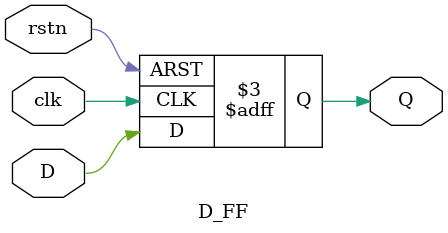
<source format=v>
`timescale 1ns / 1ps
module D_FF(D, rstn, clk, Q);
	input D, rstn,  clk;
	output reg Q;
	
	always @(negedge rstn or negedge clk)
	begin
	if(!rstn)
		Q <= 0;
	else 
		Q <= D;
	end
	
endmodule

</source>
